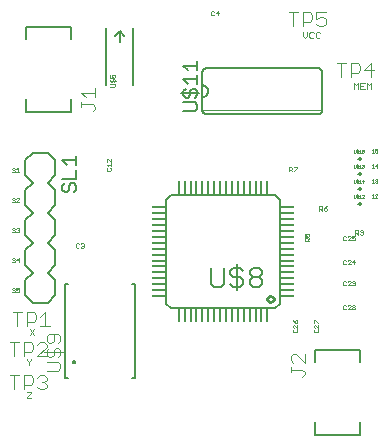
<source format=gto>
G75*
G70*
%OFA0B0*%
%FSLAX24Y24*%
%IPPOS*%
%LPD*%
%AMOC8*
5,1,8,0,0,1.08239X$1,22.5*
%
%ADD10C,0.0010*%
%ADD11C,0.0020*%
%ADD12C,0.0080*%
%ADD13C,0.0060*%
%ADD14C,0.0100*%
%ADD15C,0.0079*%
%ADD16R,0.0472X0.0079*%
%ADD17R,0.0079X0.0472*%
%ADD18C,0.0040*%
%ADD19C,0.0050*%
D10*
X000437Y005657D02*
X000412Y005682D01*
X000437Y005657D02*
X000487Y005657D01*
X000512Y005682D01*
X000512Y005707D01*
X000487Y005732D01*
X000462Y005732D01*
X000487Y005732D02*
X000512Y005757D01*
X000512Y005782D01*
X000487Y005807D01*
X000437Y005807D01*
X000412Y005782D01*
X000559Y005807D02*
X000559Y005732D01*
X000609Y005757D01*
X000634Y005757D01*
X000659Y005732D01*
X000659Y005682D01*
X000634Y005657D01*
X000584Y005657D01*
X000559Y005682D01*
X000559Y005807D02*
X000659Y005807D01*
X000634Y006657D02*
X000634Y006807D01*
X000559Y006732D01*
X000659Y006732D01*
X000512Y006757D02*
X000487Y006732D01*
X000512Y006707D01*
X000512Y006682D01*
X000487Y006657D01*
X000437Y006657D01*
X000412Y006682D01*
X000462Y006732D02*
X000487Y006732D01*
X000512Y006757D02*
X000512Y006782D01*
X000487Y006807D01*
X000437Y006807D01*
X000412Y006782D01*
X000437Y007657D02*
X000412Y007682D01*
X000437Y007657D02*
X000487Y007657D01*
X000512Y007682D01*
X000512Y007707D01*
X000487Y007732D01*
X000462Y007732D01*
X000487Y007732D02*
X000512Y007757D01*
X000512Y007782D01*
X000487Y007807D01*
X000437Y007807D01*
X000412Y007782D01*
X000559Y007782D02*
X000584Y007807D01*
X000634Y007807D01*
X000659Y007782D01*
X000659Y007757D01*
X000634Y007732D01*
X000659Y007707D01*
X000659Y007682D01*
X000634Y007657D01*
X000584Y007657D01*
X000559Y007682D01*
X000609Y007732D02*
X000634Y007732D01*
X000659Y008657D02*
X000559Y008657D01*
X000659Y008757D01*
X000659Y008782D01*
X000634Y008807D01*
X000584Y008807D01*
X000559Y008782D01*
X000512Y008782D02*
X000512Y008757D01*
X000487Y008732D01*
X000512Y008707D01*
X000512Y008682D01*
X000487Y008657D01*
X000437Y008657D01*
X000412Y008682D01*
X000462Y008732D02*
X000487Y008732D01*
X000512Y008782D02*
X000487Y008807D01*
X000437Y008807D01*
X000412Y008782D01*
X000437Y009657D02*
X000412Y009682D01*
X000437Y009657D02*
X000487Y009657D01*
X000512Y009682D01*
X000512Y009707D01*
X000487Y009732D01*
X000462Y009732D01*
X000487Y009732D02*
X000512Y009757D01*
X000512Y009782D01*
X000487Y009807D01*
X000437Y009807D01*
X000412Y009782D01*
X000559Y009757D02*
X000609Y009807D01*
X000609Y009657D01*
X000559Y009657D02*
X000659Y009657D01*
X002582Y007292D02*
X002557Y007267D01*
X002557Y007167D01*
X002582Y007142D01*
X002632Y007142D01*
X002657Y007167D01*
X002704Y007167D02*
X002729Y007142D01*
X002779Y007142D01*
X002804Y007167D01*
X002804Y007192D01*
X002779Y007217D01*
X002754Y007217D01*
X002779Y007217D02*
X002804Y007242D01*
X002804Y007267D01*
X002779Y007292D01*
X002729Y007292D01*
X002704Y007267D01*
X002657Y007267D02*
X002632Y007292D01*
X002582Y007292D01*
X003596Y009717D02*
X003697Y009717D01*
X003722Y009742D01*
X003722Y009792D01*
X003697Y009817D01*
X003722Y009864D02*
X003722Y009964D01*
X003722Y010011D02*
X003621Y010111D01*
X003596Y010111D01*
X003571Y010086D01*
X003571Y010036D01*
X003596Y010011D01*
X003571Y009914D02*
X003722Y009914D01*
X003722Y010011D02*
X003722Y010111D01*
X003571Y009914D02*
X003621Y009864D01*
X003596Y009817D02*
X003571Y009792D01*
X003571Y009742D01*
X003596Y009717D01*
X003696Y012517D02*
X003822Y012517D01*
X003847Y012542D01*
X003847Y012592D01*
X003822Y012617D01*
X003696Y012617D01*
X003721Y012664D02*
X003696Y012689D01*
X003696Y012739D01*
X003721Y012764D01*
X003696Y012811D02*
X003772Y012811D01*
X003746Y012861D01*
X003746Y012886D01*
X003772Y012911D01*
X003822Y012911D01*
X003847Y012886D01*
X003847Y012836D01*
X003822Y012811D01*
X003822Y012764D02*
X003797Y012764D01*
X003772Y012739D01*
X003772Y012689D01*
X003746Y012664D01*
X003721Y012664D01*
X003671Y012714D02*
X003872Y012714D01*
X003847Y012739D02*
X003822Y012764D01*
X003847Y012739D02*
X003847Y012689D01*
X003822Y012664D01*
X003696Y012811D02*
X003696Y012911D01*
X007057Y014917D02*
X007082Y014892D01*
X007132Y014892D01*
X007157Y014917D01*
X007204Y014967D02*
X007304Y014967D01*
X007279Y015042D02*
X007204Y014967D01*
X007157Y015017D02*
X007132Y015042D01*
X007082Y015042D01*
X007057Y015017D01*
X007057Y014917D01*
X007279Y014892D02*
X007279Y015042D01*
X009657Y009842D02*
X009732Y009842D01*
X009757Y009817D01*
X009757Y009767D01*
X009732Y009742D01*
X009657Y009742D01*
X009707Y009742D02*
X009757Y009692D01*
X009804Y009692D02*
X009804Y009717D01*
X009904Y009817D01*
X009904Y009842D01*
X009804Y009842D01*
X009657Y009842D02*
X009657Y009692D01*
X010662Y008532D02*
X010737Y008532D01*
X010762Y008507D01*
X010762Y008457D01*
X010737Y008432D01*
X010662Y008432D01*
X010712Y008432D02*
X010762Y008382D01*
X010809Y008407D02*
X010834Y008382D01*
X010884Y008382D01*
X010909Y008407D01*
X010909Y008432D01*
X010884Y008457D01*
X010809Y008457D01*
X010809Y008407D01*
X010809Y008457D02*
X010859Y008507D01*
X010909Y008532D01*
X010662Y008532D02*
X010662Y008382D01*
X010297Y007614D02*
X010322Y007589D01*
X010322Y007539D01*
X010297Y007514D01*
X010247Y007514D02*
X010221Y007564D01*
X010221Y007589D01*
X010247Y007614D01*
X010297Y007614D01*
X010247Y007514D02*
X010171Y007514D01*
X010171Y007614D01*
X010196Y007467D02*
X010171Y007442D01*
X010171Y007367D01*
X010322Y007367D01*
X010272Y007367D02*
X010272Y007442D01*
X010247Y007467D01*
X010196Y007467D01*
X010272Y007417D02*
X010322Y007467D01*
X011457Y007517D02*
X011457Y007417D01*
X011482Y007392D01*
X011532Y007392D01*
X011557Y007417D01*
X011604Y007392D02*
X011704Y007492D01*
X011704Y007517D01*
X011679Y007542D01*
X011629Y007542D01*
X011604Y007517D01*
X011557Y007517D02*
X011532Y007542D01*
X011482Y007542D01*
X011457Y007517D01*
X011604Y007392D02*
X011704Y007392D01*
X011751Y007417D02*
X011776Y007392D01*
X011826Y007392D01*
X011851Y007417D01*
X011851Y007467D01*
X011826Y007492D01*
X011801Y007492D01*
X011751Y007467D01*
X011751Y007542D01*
X011851Y007542D01*
X011862Y007582D02*
X011862Y007732D01*
X011937Y007732D01*
X011962Y007707D01*
X011962Y007657D01*
X011937Y007632D01*
X011862Y007632D01*
X011912Y007632D02*
X011962Y007582D01*
X012009Y007607D02*
X012034Y007582D01*
X012084Y007582D01*
X012109Y007607D01*
X012109Y007632D01*
X012084Y007657D01*
X012059Y007657D01*
X012084Y007657D02*
X012109Y007682D01*
X012109Y007707D01*
X012084Y007732D01*
X012034Y007732D01*
X012009Y007707D01*
X011826Y006742D02*
X011751Y006667D01*
X011851Y006667D01*
X011826Y006592D02*
X011826Y006742D01*
X011704Y006717D02*
X011679Y006742D01*
X011629Y006742D01*
X011604Y006717D01*
X011557Y006717D02*
X011532Y006742D01*
X011482Y006742D01*
X011457Y006717D01*
X011457Y006617D01*
X011482Y006592D01*
X011532Y006592D01*
X011557Y006617D01*
X011604Y006592D02*
X011704Y006692D01*
X011704Y006717D01*
X011704Y006592D02*
X011604Y006592D01*
X011629Y006042D02*
X011604Y006017D01*
X011629Y006042D02*
X011679Y006042D01*
X011704Y006017D01*
X011704Y005992D01*
X011604Y005892D01*
X011704Y005892D01*
X011751Y005917D02*
X011776Y005892D01*
X011826Y005892D01*
X011851Y005917D01*
X011851Y006017D01*
X011826Y006042D01*
X011776Y006042D01*
X011751Y006017D01*
X011751Y005992D01*
X011776Y005967D01*
X011851Y005967D01*
X011557Y006017D02*
X011532Y006042D01*
X011482Y006042D01*
X011457Y006017D01*
X011457Y005917D01*
X011482Y005892D01*
X011532Y005892D01*
X011557Y005917D01*
X011532Y005242D02*
X011482Y005242D01*
X011457Y005217D01*
X011457Y005117D01*
X011482Y005092D01*
X011532Y005092D01*
X011557Y005117D01*
X011604Y005092D02*
X011704Y005192D01*
X011704Y005217D01*
X011679Y005242D01*
X011629Y005242D01*
X011604Y005217D01*
X011557Y005217D02*
X011532Y005242D01*
X011604Y005092D02*
X011704Y005092D01*
X011751Y005117D02*
X011751Y005142D01*
X011776Y005167D01*
X011826Y005167D01*
X011851Y005142D01*
X011851Y005117D01*
X011826Y005092D01*
X011776Y005092D01*
X011751Y005117D01*
X011776Y005167D02*
X011751Y005192D01*
X011751Y005217D01*
X011776Y005242D01*
X011826Y005242D01*
X011851Y005217D01*
X011851Y005192D01*
X011826Y005167D01*
X010632Y004619D02*
X010607Y004619D01*
X010506Y004719D01*
X010481Y004719D01*
X010481Y004619D01*
X010506Y004572D02*
X010481Y004547D01*
X010481Y004497D01*
X010506Y004472D01*
X010506Y004425D02*
X010481Y004400D01*
X010481Y004350D01*
X010506Y004325D01*
X010607Y004325D01*
X010632Y004350D01*
X010632Y004400D01*
X010607Y004425D01*
X010632Y004472D02*
X010531Y004572D01*
X010506Y004572D01*
X010632Y004572D02*
X010632Y004472D01*
X009932Y004472D02*
X009831Y004572D01*
X009806Y004572D01*
X009781Y004547D01*
X009781Y004497D01*
X009806Y004472D01*
X009806Y004425D02*
X009781Y004400D01*
X009781Y004350D01*
X009806Y004325D01*
X009907Y004325D01*
X009932Y004350D01*
X009932Y004400D01*
X009907Y004425D01*
X009932Y004472D02*
X009932Y004572D01*
X009907Y004619D02*
X009932Y004644D01*
X009932Y004694D01*
X009907Y004719D01*
X009882Y004719D01*
X009857Y004694D01*
X009857Y004619D01*
X009907Y004619D01*
X009857Y004619D02*
X009806Y004669D01*
X009781Y004719D01*
X011822Y008817D02*
X011852Y008817D01*
X011867Y008832D01*
X011867Y008907D01*
X011899Y008892D02*
X011914Y008907D01*
X011944Y008907D01*
X011959Y008892D01*
X011944Y008862D02*
X011914Y008862D01*
X011899Y008877D01*
X011899Y008892D01*
X011929Y008922D02*
X011929Y008802D01*
X011944Y008817D02*
X011959Y008832D01*
X011959Y008847D01*
X011944Y008862D01*
X011944Y008817D02*
X011914Y008817D01*
X011899Y008832D01*
X011822Y008817D02*
X011807Y008832D01*
X011807Y008907D01*
X011991Y008877D02*
X012021Y008907D01*
X012021Y008817D01*
X011991Y008817D02*
X012051Y008817D01*
X012083Y008817D02*
X012143Y008877D01*
X012143Y008892D01*
X012128Y008907D01*
X012098Y008907D01*
X012083Y008892D01*
X012083Y008817D02*
X012143Y008817D01*
X012407Y008817D02*
X012480Y008817D01*
X012443Y008817D02*
X012443Y008927D01*
X012407Y008890D01*
X012517Y008908D02*
X012535Y008927D01*
X012572Y008927D01*
X012590Y008908D01*
X012590Y008890D01*
X012517Y008817D01*
X012590Y008817D01*
X012572Y009317D02*
X012535Y009317D01*
X012517Y009335D01*
X012480Y009317D02*
X012407Y009317D01*
X012443Y009317D02*
X012443Y009427D01*
X012407Y009390D01*
X012517Y009408D02*
X012535Y009427D01*
X012572Y009427D01*
X012590Y009408D01*
X012590Y009390D01*
X012572Y009372D01*
X012590Y009353D01*
X012590Y009335D01*
X012572Y009317D01*
X012572Y009372D02*
X012554Y009372D01*
X012143Y009362D02*
X012083Y009362D01*
X012128Y009407D01*
X012128Y009317D01*
X012051Y009317D02*
X011991Y009317D01*
X012021Y009317D02*
X012021Y009407D01*
X011991Y009377D01*
X011959Y009392D02*
X011944Y009407D01*
X011914Y009407D01*
X011899Y009392D01*
X011899Y009377D01*
X011914Y009362D01*
X011944Y009362D01*
X011959Y009347D01*
X011959Y009332D01*
X011944Y009317D01*
X011914Y009317D01*
X011899Y009332D01*
X011867Y009332D02*
X011867Y009407D01*
X011807Y009407D02*
X011807Y009332D01*
X011822Y009317D01*
X011852Y009317D01*
X011867Y009332D01*
X011929Y009302D02*
X011929Y009422D01*
X011929Y009802D02*
X011929Y009922D01*
X011944Y009907D02*
X011959Y009892D01*
X011944Y009907D02*
X011914Y009907D01*
X011899Y009892D01*
X011899Y009877D01*
X011914Y009862D01*
X011944Y009862D01*
X011959Y009847D01*
X011959Y009832D01*
X011944Y009817D01*
X011914Y009817D01*
X011899Y009832D01*
X011867Y009832D02*
X011867Y009907D01*
X011807Y009907D02*
X011807Y009832D01*
X011822Y009817D01*
X011852Y009817D01*
X011867Y009832D01*
X011991Y009817D02*
X012051Y009817D01*
X012021Y009817D02*
X012021Y009907D01*
X011991Y009877D01*
X012083Y009892D02*
X012098Y009907D01*
X012128Y009907D01*
X012143Y009892D01*
X012143Y009877D01*
X012128Y009862D01*
X012143Y009847D01*
X012143Y009832D01*
X012128Y009817D01*
X012098Y009817D01*
X012083Y009832D01*
X012113Y009862D02*
X012128Y009862D01*
X012407Y009890D02*
X012443Y009927D01*
X012443Y009817D01*
X012407Y009817D02*
X012480Y009817D01*
X012517Y009872D02*
X012590Y009872D01*
X012572Y009927D02*
X012517Y009872D01*
X012572Y009817D02*
X012572Y009927D01*
X012572Y010317D02*
X012535Y010317D01*
X012517Y010335D01*
X012517Y010372D02*
X012554Y010390D01*
X012572Y010390D01*
X012590Y010372D01*
X012590Y010335D01*
X012572Y010317D01*
X012517Y010372D02*
X012517Y010427D01*
X012590Y010427D01*
X012443Y010427D02*
X012443Y010317D01*
X012407Y010317D02*
X012480Y010317D01*
X012407Y010390D02*
X012443Y010427D01*
X012143Y010407D02*
X012083Y010407D01*
X012083Y010362D01*
X012113Y010377D01*
X012128Y010377D01*
X012143Y010362D01*
X012143Y010332D01*
X012128Y010317D01*
X012098Y010317D01*
X012083Y010332D01*
X012051Y010317D02*
X011991Y010317D01*
X012021Y010317D02*
X012021Y010407D01*
X011991Y010377D01*
X011959Y010392D02*
X011944Y010407D01*
X011914Y010407D01*
X011899Y010392D01*
X011899Y010377D01*
X011914Y010362D01*
X011944Y010362D01*
X011959Y010347D01*
X011959Y010332D01*
X011944Y010317D01*
X011914Y010317D01*
X011899Y010332D01*
X011867Y010332D02*
X011867Y010407D01*
X011807Y010407D02*
X011807Y010332D01*
X011822Y010317D01*
X011852Y010317D01*
X011867Y010332D01*
X011929Y010302D02*
X011929Y010422D01*
D11*
X001058Y002122D02*
X000912Y002122D01*
X000912Y002158D01*
X001058Y002305D01*
X001058Y002342D01*
X000912Y002342D01*
X000985Y003222D02*
X000985Y003332D01*
X001058Y003405D01*
X001058Y003442D01*
X000985Y003332D02*
X000912Y003405D01*
X000912Y003442D01*
X001012Y004222D02*
X001158Y004442D01*
X001012Y004442D02*
X001158Y004222D01*
X006752Y011732D02*
X010752Y011732D01*
X011812Y012422D02*
X011812Y012642D01*
X011885Y012568D01*
X011958Y012642D01*
X011958Y012422D01*
X012033Y012422D02*
X012179Y012422D01*
X012254Y012422D02*
X012254Y012642D01*
X012327Y012568D01*
X012400Y012642D01*
X012400Y012422D01*
X012179Y012642D02*
X012033Y012642D01*
X012033Y012422D01*
X012033Y012532D02*
X012106Y012532D01*
X010664Y014122D02*
X010700Y014158D01*
X010664Y014122D02*
X010590Y014122D01*
X010554Y014158D01*
X010554Y014305D01*
X010590Y014342D01*
X010664Y014342D01*
X010700Y014305D01*
X010479Y014305D02*
X010443Y014342D01*
X010369Y014342D01*
X010333Y014305D01*
X010333Y014158D01*
X010369Y014122D01*
X010443Y014122D01*
X010479Y014158D01*
X010258Y014195D02*
X010185Y014122D01*
X010112Y014195D01*
X010112Y014342D01*
X010258Y014342D02*
X010258Y014195D01*
D12*
X004452Y014462D02*
X004452Y012562D01*
X003552Y012562D02*
X003552Y014462D01*
X003852Y014212D02*
X004002Y014362D01*
X004152Y014212D01*
X004002Y014362D02*
X004002Y014012D01*
X001602Y010312D02*
X001102Y010312D01*
X000852Y010062D01*
X000852Y009562D01*
X001102Y009312D01*
X000852Y009062D01*
X000852Y008562D01*
X001102Y008312D01*
X000852Y008062D01*
X000852Y007562D01*
X001102Y007312D01*
X000852Y007062D01*
X000852Y006562D01*
X001102Y006312D01*
X000852Y006062D01*
X000852Y005562D01*
X001102Y005312D01*
X001602Y005312D01*
X001852Y005562D01*
X001852Y006062D01*
X001602Y006312D01*
X001852Y006562D01*
X001852Y007062D01*
X001602Y007312D01*
X001852Y007562D01*
X001852Y008062D01*
X001602Y008312D01*
X001852Y008562D01*
X001852Y009062D01*
X001602Y009312D01*
X001852Y009562D01*
X001852Y010062D01*
X001602Y010312D01*
X002170Y005936D02*
X002289Y005936D01*
X002170Y005936D02*
X002170Y002787D01*
X002289Y002787D01*
X004415Y002787D02*
X004533Y002787D01*
X004533Y005936D01*
X004415Y005936D01*
D13*
X007048Y005948D02*
X007155Y005842D01*
X007368Y005842D01*
X007475Y005948D01*
X007475Y006482D01*
X007692Y006375D02*
X007799Y006482D01*
X008013Y006482D01*
X008119Y006375D01*
X008337Y006375D02*
X008337Y006269D01*
X008444Y006162D01*
X008657Y006162D01*
X008764Y006055D01*
X008764Y005948D01*
X008657Y005842D01*
X008444Y005842D01*
X008337Y005948D01*
X008337Y006055D01*
X008444Y006162D01*
X008337Y006375D02*
X008444Y006482D01*
X008657Y006482D01*
X008764Y006375D01*
X008764Y006269D01*
X008657Y006162D01*
X008119Y006055D02*
X008119Y005948D01*
X008013Y005842D01*
X007799Y005842D01*
X007692Y005948D01*
X007799Y006162D02*
X007692Y006269D01*
X007692Y006375D01*
X007799Y006162D02*
X008013Y006162D01*
X008119Y006055D01*
X007906Y005735D02*
X007906Y006589D01*
X007048Y006482D02*
X007048Y005948D01*
X006902Y011592D02*
X010602Y011592D01*
X010625Y011594D01*
X010648Y011599D01*
X010670Y011608D01*
X010690Y011621D01*
X010708Y011636D01*
X010723Y011654D01*
X010736Y011674D01*
X010745Y011696D01*
X010750Y011719D01*
X010752Y011742D01*
X010752Y012982D01*
X010750Y013005D01*
X010745Y013028D01*
X010736Y013050D01*
X010723Y013070D01*
X010708Y013088D01*
X010690Y013103D01*
X010670Y013116D01*
X010648Y013125D01*
X010625Y013130D01*
X010602Y013132D01*
X006902Y013132D01*
X006879Y013130D01*
X006856Y013125D01*
X006834Y013116D01*
X006814Y013103D01*
X006796Y013088D01*
X006781Y013070D01*
X006768Y013050D01*
X006759Y013028D01*
X006754Y013005D01*
X006752Y012982D01*
X006752Y012562D01*
X006752Y012162D01*
X006752Y011742D01*
X006754Y011719D01*
X006759Y011696D01*
X006768Y011674D01*
X006781Y011654D01*
X006796Y011636D01*
X006814Y011621D01*
X006834Y011608D01*
X006856Y011599D01*
X006879Y011594D01*
X006902Y011592D01*
X006752Y012162D02*
X006779Y012164D01*
X006806Y012169D01*
X006832Y012179D01*
X006856Y012191D01*
X006878Y012207D01*
X006898Y012225D01*
X006915Y012247D01*
X006930Y012270D01*
X006940Y012295D01*
X006948Y012321D01*
X006952Y012348D01*
X006952Y012376D01*
X006948Y012403D01*
X006940Y012429D01*
X006930Y012454D01*
X006915Y012477D01*
X006898Y012499D01*
X006878Y012517D01*
X006856Y012533D01*
X006832Y012545D01*
X006806Y012555D01*
X006779Y012560D01*
X006752Y012562D01*
D14*
X008915Y005437D02*
X008948Y005515D01*
X009026Y005548D01*
X009104Y005515D01*
X009137Y005437D01*
X009104Y005359D01*
X009026Y005326D01*
X008948Y005359D01*
X008915Y005437D01*
D15*
X009184Y005122D02*
X005719Y005122D01*
X005562Y005279D01*
X005562Y008744D01*
X005719Y008901D01*
X009184Y008901D01*
X009341Y008744D01*
X009341Y005279D01*
X009184Y005122D01*
D16*
X009578Y005535D03*
X009578Y005732D03*
X009578Y005929D03*
X009578Y006126D03*
X009578Y006323D03*
X009578Y006520D03*
X009578Y006716D03*
X009578Y006913D03*
X009578Y007110D03*
X009578Y007307D03*
X009578Y007504D03*
X009578Y007701D03*
X009578Y007897D03*
X009578Y008094D03*
X009578Y008291D03*
X009578Y008488D03*
X005326Y008488D03*
X005326Y008291D03*
X005326Y008094D03*
X005326Y007897D03*
X005326Y007701D03*
X005326Y007504D03*
X005326Y007307D03*
X005326Y007110D03*
X005326Y006913D03*
X005326Y006716D03*
X005326Y006520D03*
X005326Y006323D03*
X005326Y006126D03*
X005326Y005929D03*
X005326Y005732D03*
X005326Y005535D03*
D17*
X005975Y004886D03*
X006172Y004886D03*
X006369Y004886D03*
X006566Y004886D03*
X006763Y004886D03*
X006959Y004886D03*
X007156Y004886D03*
X007353Y004886D03*
X007550Y004886D03*
X007747Y004886D03*
X007944Y004886D03*
X008141Y004886D03*
X008337Y004886D03*
X008534Y004886D03*
X008731Y004886D03*
X008928Y004886D03*
X008928Y009138D03*
X008731Y009138D03*
X008534Y009138D03*
X008337Y009138D03*
X008141Y009138D03*
X007944Y009138D03*
X007747Y009138D03*
X007550Y009138D03*
X007353Y009138D03*
X007156Y009138D03*
X006959Y009138D03*
X006763Y009138D03*
X006566Y009138D03*
X006369Y009138D03*
X006172Y009138D03*
X005975Y009138D03*
D18*
X003186Y011771D02*
X003186Y011848D01*
X003110Y011924D01*
X002726Y011924D01*
X002726Y011848D02*
X002726Y012001D01*
X002879Y012155D02*
X002726Y012308D01*
X003186Y012308D01*
X003186Y012155D02*
X003186Y012462D01*
X003186Y011771D02*
X003110Y011694D01*
X001519Y004989D02*
X001519Y004529D01*
X001672Y004529D02*
X001365Y004529D01*
X001212Y004759D02*
X001135Y004682D01*
X000905Y004682D01*
X000905Y004529D02*
X000905Y004989D01*
X001135Y004989D01*
X001212Y004912D01*
X001212Y004759D01*
X001365Y004835D02*
X001519Y004989D01*
X001649Y004271D02*
X001572Y004194D01*
X001572Y004040D01*
X001649Y003964D01*
X001725Y003964D01*
X001802Y004040D01*
X001802Y004271D01*
X001649Y004271D02*
X001956Y004271D01*
X002032Y004194D01*
X002032Y004040D01*
X001956Y003964D01*
X001956Y003810D02*
X001879Y003810D01*
X001802Y003734D01*
X001802Y003580D01*
X001725Y003503D01*
X001649Y003503D01*
X001572Y003580D01*
X001572Y003734D01*
X001649Y003810D01*
X001572Y003835D02*
X001572Y003912D01*
X001495Y003989D01*
X001342Y003989D01*
X001265Y003912D01*
X001112Y003912D02*
X001112Y003759D01*
X001035Y003682D01*
X000805Y003682D01*
X000805Y003529D02*
X000805Y003989D01*
X001035Y003989D01*
X001112Y003912D01*
X001265Y003529D02*
X001572Y003835D01*
X001495Y003657D02*
X002109Y003657D01*
X002032Y003734D02*
X001956Y003810D01*
X002032Y003734D02*
X002032Y003580D01*
X001956Y003503D01*
X001956Y003350D02*
X001572Y003350D01*
X001572Y003529D02*
X001265Y003529D01*
X001572Y003043D02*
X001956Y003043D01*
X002032Y003120D01*
X002032Y003273D01*
X001956Y003350D01*
X001495Y002889D02*
X001572Y002812D01*
X001572Y002735D01*
X001495Y002659D01*
X001572Y002582D01*
X001572Y002505D01*
X001495Y002429D01*
X001342Y002429D01*
X001265Y002505D01*
X001112Y002659D02*
X001035Y002582D01*
X000805Y002582D01*
X000805Y002429D02*
X000805Y002889D01*
X001035Y002889D01*
X001112Y002812D01*
X001112Y002659D01*
X001265Y002812D02*
X001342Y002889D01*
X001495Y002889D01*
X001495Y002659D02*
X001419Y002659D01*
X000651Y002889D02*
X000344Y002889D01*
X000498Y002889D02*
X000498Y002429D01*
X000498Y003529D02*
X000498Y003989D01*
X000651Y003989D02*
X000344Y003989D01*
X000598Y004529D02*
X000598Y004989D01*
X000751Y004989D02*
X000444Y004989D01*
X009644Y014989D02*
X009951Y014989D01*
X009798Y014989D02*
X009798Y014529D01*
X010105Y014529D02*
X010105Y014989D01*
X010335Y014989D01*
X010412Y014912D01*
X010412Y014759D01*
X010335Y014682D01*
X010105Y014682D01*
X010565Y014605D02*
X010642Y014529D01*
X010795Y014529D01*
X010872Y014605D01*
X010872Y014759D01*
X010795Y014835D01*
X010719Y014835D01*
X010565Y014759D01*
X010565Y014989D01*
X010872Y014989D01*
X011244Y013289D02*
X011551Y013289D01*
X011398Y013289D02*
X011398Y012829D01*
X011705Y012829D02*
X011705Y013289D01*
X011935Y013289D01*
X012012Y013212D01*
X012012Y013059D01*
X011935Y012982D01*
X011705Y012982D01*
X012165Y013059D02*
X012472Y013059D01*
X012395Y012829D02*
X012395Y013289D01*
X012165Y013059D01*
X010177Y003615D02*
X010177Y003309D01*
X009870Y003615D01*
X009793Y003615D01*
X009716Y003539D01*
X009716Y003385D01*
X009793Y003309D01*
X009716Y003155D02*
X009716Y003002D01*
X009716Y003078D02*
X010100Y003078D01*
X010177Y003002D01*
X010177Y002925D01*
X010100Y002848D01*
D19*
X010524Y003336D02*
X010524Y003749D01*
X012020Y003749D01*
X012020Y003336D01*
X012020Y001328D02*
X012020Y000914D01*
X010524Y000914D01*
X010524Y001328D01*
X012002Y008562D02*
X012052Y008612D01*
X012002Y008662D01*
X012002Y008612D01*
X011952Y008612D01*
X012002Y008612D02*
X012002Y008562D01*
X012002Y009062D02*
X012052Y009112D01*
X012002Y009162D01*
X012002Y009112D01*
X011952Y009112D01*
X012002Y009112D02*
X012002Y009062D01*
X012002Y009562D02*
X012052Y009612D01*
X012002Y009662D01*
X012002Y009612D01*
X011952Y009612D01*
X012002Y009612D02*
X012002Y009562D01*
X012002Y010062D02*
X012052Y010112D01*
X012002Y010162D01*
X012002Y010112D01*
X011952Y010112D01*
X012002Y010112D02*
X012002Y010062D01*
X006577Y011762D02*
X006577Y011912D01*
X006502Y011987D01*
X006126Y011987D01*
X006126Y011687D02*
X006502Y011687D01*
X006577Y011762D01*
X006502Y012147D02*
X006577Y012222D01*
X006577Y012372D01*
X006502Y012447D01*
X006426Y012447D01*
X006351Y012372D01*
X006351Y012222D01*
X006276Y012147D01*
X006201Y012147D01*
X006126Y012222D01*
X006126Y012372D01*
X006201Y012447D01*
X006276Y012607D02*
X006126Y012757D01*
X006577Y012757D01*
X006577Y012607D02*
X006577Y012908D01*
X006577Y013068D02*
X006577Y013368D01*
X006577Y013218D02*
X006126Y013218D01*
X006276Y013068D01*
X006051Y012297D02*
X006652Y012297D01*
X002547Y010206D02*
X002547Y009906D01*
X002547Y010056D02*
X002096Y010056D01*
X002246Y009906D01*
X002547Y009746D02*
X002547Y009446D01*
X002096Y009446D01*
X002171Y009286D02*
X002096Y009211D01*
X002096Y009061D01*
X002171Y008986D01*
X002246Y008986D01*
X002321Y009061D01*
X002321Y009211D01*
X002396Y009286D01*
X002472Y009286D01*
X002547Y009211D01*
X002547Y009061D01*
X002472Y008986D01*
X002380Y011674D02*
X000884Y011674D01*
X000884Y012088D01*
X002380Y012088D02*
X002380Y011674D01*
X002380Y014096D02*
X002380Y014509D01*
X000884Y014509D01*
X000884Y014096D01*
X002446Y003338D02*
X002457Y003366D01*
X002485Y003377D01*
X002513Y003366D01*
X002524Y003338D01*
X002513Y003310D01*
X002485Y003299D01*
X002457Y003310D01*
X002446Y003338D01*
M02*

</source>
